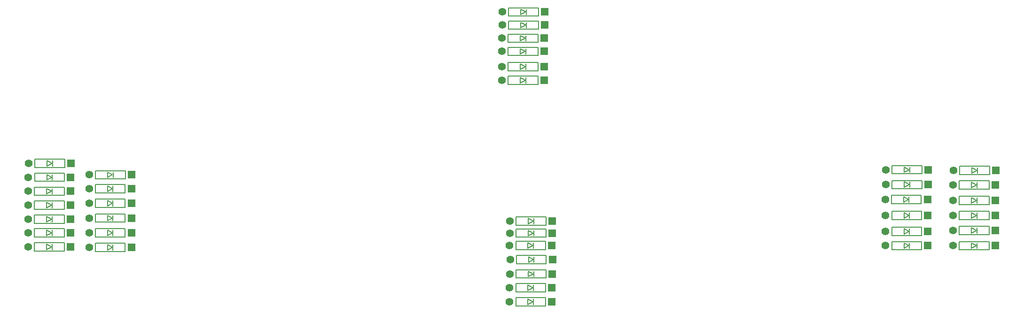
<source format=gbr>
G04 #@! TF.GenerationSoftware,KiCad,Pcbnew,7.0.1-0*
G04 #@! TF.CreationDate,2023-07-08T08:54:48+09:00*
G04 #@! TF.ProjectId,cool838ax,636f6f6c-3833-4386-9178-2e6b69636164,rev?*
G04 #@! TF.SameCoordinates,Original*
G04 #@! TF.FileFunction,Legend,Top*
G04 #@! TF.FilePolarity,Positive*
%FSLAX46Y46*%
G04 Gerber Fmt 4.6, Leading zero omitted, Abs format (unit mm)*
G04 Created by KiCad (PCBNEW 7.0.1-0) date 2023-07-08 08:54:48*
%MOMM*%
%LPD*%
G01*
G04 APERTURE LIST*
%ADD10C,0.150000*%
%ADD11R,1.397000X1.397000*%
%ADD12C,1.397000*%
G04 APERTURE END LIST*
D10*
X-74183475Y55826266D02*
X-74183475Y57326266D01*
X-74183475Y57326266D02*
X-79583475Y57326266D01*
X-76383475Y56076266D02*
X-76383475Y57076266D01*
X-76483475Y56576266D02*
X-77383475Y56076266D01*
X-77383475Y56076266D02*
X-77383475Y57076266D01*
X-77383475Y57076266D02*
X-76483475Y56576266D01*
X-79583475Y55826266D02*
X-74183475Y55826266D01*
X-79583475Y57326266D02*
X-79583475Y55826266D01*
X-141953475Y44876266D02*
X-141953475Y46376266D01*
X-141953475Y46376266D02*
X-147353475Y46376266D01*
X-144153475Y45126266D02*
X-144153475Y46126266D01*
X-144253475Y45626266D02*
X-145153475Y45126266D01*
X-145153475Y45126266D02*
X-145153475Y46126266D01*
X-145153475Y46126266D02*
X-144253475Y45626266D01*
X-147353475Y44876266D02*
X-141953475Y44876266D01*
X-147353475Y46376266D02*
X-147353475Y44876266D01*
X-141953475Y37218766D02*
X-141953475Y38718766D01*
X-141953475Y38718766D02*
X-147353475Y38718766D01*
X-144153475Y37468766D02*
X-144153475Y38468766D01*
X-144253475Y37968766D02*
X-145153475Y37468766D01*
X-145153475Y37468766D02*
X-145153475Y38468766D01*
X-145153475Y38468766D02*
X-144253475Y37968766D01*
X-147353475Y37218766D02*
X-141953475Y37218766D01*
X-147353475Y38718766D02*
X-147353475Y37218766D01*
X-143348475Y74650266D02*
X-143348475Y76150266D01*
X-143348475Y76150266D02*
X-148748475Y76150266D01*
X-145548475Y74900266D02*
X-145548475Y75900266D01*
X-145648475Y75400266D02*
X-146548475Y74900266D01*
X-146548475Y74900266D02*
X-146548475Y75900266D01*
X-146548475Y75900266D02*
X-145648475Y75400266D01*
X-148748475Y74650266D02*
X-143348475Y74650266D01*
X-148748475Y76150266D02*
X-148748475Y74650266D01*
X-228673475Y44616266D02*
X-228673475Y46116266D01*
X-228673475Y46116266D02*
X-234073475Y46116266D01*
X-230873475Y44866266D02*
X-230873475Y45866266D01*
X-230973475Y45366266D02*
X-231873475Y44866266D01*
X-231873475Y44866266D02*
X-231873475Y45866266D01*
X-231873475Y45866266D02*
X-230973475Y45366266D01*
X-234073475Y44616266D02*
X-228673475Y44616266D01*
X-234073475Y46116266D02*
X-234073475Y44616266D01*
X-228673475Y49624266D02*
X-228673475Y51124266D01*
X-228673475Y51124266D02*
X-234073475Y51124266D01*
X-230873475Y49874266D02*
X-230873475Y50874266D01*
X-230973475Y50374266D02*
X-231873475Y49874266D01*
X-231873475Y49874266D02*
X-231873475Y50874266D01*
X-231873475Y50874266D02*
X-230973475Y50374266D01*
X-234073475Y49624266D02*
X-228673475Y49624266D01*
X-234073475Y51124266D02*
X-234073475Y49624266D01*
X-141853475Y42336266D02*
X-141853475Y43836266D01*
X-141853475Y43836266D02*
X-147253475Y43836266D01*
X-144053475Y42586266D02*
X-144053475Y43586266D01*
X-144153475Y43086266D02*
X-145053475Y42586266D01*
X-145053475Y42586266D02*
X-145053475Y43586266D01*
X-145053475Y43586266D02*
X-144153475Y43086266D01*
X-147253475Y42336266D02*
X-141853475Y42336266D01*
X-147253475Y43836266D02*
X-147253475Y42336266D01*
X-62068475Y55756266D02*
X-62068475Y57256266D01*
X-62068475Y57256266D02*
X-67468475Y57256266D01*
X-64268475Y56006266D02*
X-64268475Y57006266D01*
X-64368475Y56506266D02*
X-65268475Y56006266D01*
X-65268475Y56006266D02*
X-65268475Y57006266D01*
X-65268475Y57006266D02*
X-64368475Y56506266D01*
X-67468475Y55756266D02*
X-62068475Y55756266D01*
X-67468475Y57256266D02*
X-67468475Y55756266D01*
X-62063475Y53006266D02*
X-62063475Y54506266D01*
X-62063475Y54506266D02*
X-67463475Y54506266D01*
X-64263475Y53256266D02*
X-64263475Y54256266D01*
X-64363475Y53756266D02*
X-65263475Y53256266D01*
X-65263475Y53256266D02*
X-65263475Y54256266D01*
X-65263475Y54256266D02*
X-64363475Y53756266D01*
X-67463475Y53006266D02*
X-62063475Y53006266D01*
X-67463475Y54506266D02*
X-67463475Y53006266D01*
X-217713475Y44516266D02*
X-217713475Y46016266D01*
X-217713475Y46016266D02*
X-223113475Y46016266D01*
X-219913475Y44766266D02*
X-219913475Y45766266D01*
X-220013475Y45266266D02*
X-220913475Y44766266D01*
X-220913475Y44766266D02*
X-220913475Y45766266D01*
X-220913475Y45766266D02*
X-220013475Y45266266D01*
X-223113475Y44516266D02*
X-217713475Y44516266D01*
X-223113475Y46016266D02*
X-223113475Y44516266D01*
X-143323475Y79866266D02*
X-143323475Y81366266D01*
X-143323475Y81366266D02*
X-148723475Y81366266D01*
X-145523475Y80116266D02*
X-145523475Y81116266D01*
X-145623475Y80616266D02*
X-146523475Y80116266D01*
X-146523475Y80116266D02*
X-146523475Y81116266D01*
X-146523475Y81116266D02*
X-145623475Y80616266D01*
X-148723475Y79866266D02*
X-143323475Y79866266D01*
X-148723475Y81366266D02*
X-148723475Y79866266D01*
X-74213475Y47396266D02*
X-74213475Y48896266D01*
X-74213475Y48896266D02*
X-79613475Y48896266D01*
X-76413475Y47646266D02*
X-76413475Y48646266D01*
X-76513475Y48146266D02*
X-77413475Y47646266D01*
X-77413475Y47646266D02*
X-77413475Y48646266D01*
X-77413475Y48646266D02*
X-76513475Y48146266D01*
X-79613475Y47396266D02*
X-74213475Y47396266D01*
X-79613475Y48896266D02*
X-79613475Y47396266D01*
X-217708475Y57596266D02*
X-217708475Y59096266D01*
X-217708475Y59096266D02*
X-223108475Y59096266D01*
X-219908475Y57846266D02*
X-219908475Y58846266D01*
X-220008475Y58346266D02*
X-220908475Y57846266D01*
X-220908475Y57846266D02*
X-220908475Y58846266D01*
X-220908475Y58846266D02*
X-220008475Y58346266D01*
X-223108475Y57596266D02*
X-217708475Y57596266D01*
X-223108475Y59096266D02*
X-223108475Y57596266D01*
X-62063475Y44816266D02*
X-62063475Y46316266D01*
X-62063475Y46316266D02*
X-67463475Y46316266D01*
X-64263475Y45066266D02*
X-64263475Y46066266D01*
X-64363475Y45566266D02*
X-65263475Y45066266D01*
X-65263475Y45066266D02*
X-65263475Y46066266D01*
X-65263475Y46066266D02*
X-64363475Y45566266D01*
X-67463475Y44816266D02*
X-62063475Y44816266D01*
X-67463475Y46316266D02*
X-67463475Y44816266D01*
X-74213475Y44816266D02*
X-74213475Y46316266D01*
X-74213475Y46316266D02*
X-79613475Y46316266D01*
X-76413475Y45066266D02*
X-76413475Y46066266D01*
X-76513475Y45566266D02*
X-77413475Y45066266D01*
X-77413475Y45066266D02*
X-77413475Y46066266D01*
X-77413475Y46066266D02*
X-76513475Y45566266D01*
X-79613475Y44816266D02*
X-74213475Y44816266D01*
X-79613475Y46316266D02*
X-79613475Y44816266D01*
X-228643475Y57166266D02*
X-228643475Y58666266D01*
X-228643475Y58666266D02*
X-234043475Y58666266D01*
X-230843475Y57416266D02*
X-230843475Y58416266D01*
X-230943475Y57916266D02*
X-231843475Y57416266D01*
X-231843475Y57416266D02*
X-231843475Y58416266D01*
X-231843475Y58416266D02*
X-230943475Y57916266D01*
X-234043475Y57166266D02*
X-228643475Y57166266D01*
X-234043475Y58666266D02*
X-234043475Y57166266D01*
X-141893475Y39726266D02*
X-141893475Y41226266D01*
X-141893475Y41226266D02*
X-147293475Y41226266D01*
X-144093475Y39976266D02*
X-144093475Y40976266D01*
X-144193475Y40476266D02*
X-145093475Y39976266D01*
X-145093475Y39976266D02*
X-145093475Y40976266D01*
X-145093475Y40976266D02*
X-144193475Y40476266D01*
X-147293475Y39726266D02*
X-141893475Y39726266D01*
X-147293475Y41226266D02*
X-147293475Y39726266D01*
X-141905000Y49230000D02*
X-141905000Y50730000D01*
X-141905000Y50730000D02*
X-147305000Y50730000D01*
X-144105000Y49480000D02*
X-144105000Y50480000D01*
X-144205000Y49980000D02*
X-145105000Y49480000D01*
X-145105000Y49480000D02*
X-145105000Y50480000D01*
X-145105000Y50480000D02*
X-144205000Y49980000D01*
X-147305000Y49230000D02*
X-141905000Y49230000D01*
X-147305000Y50730000D02*
X-147305000Y49230000D01*
X-217713475Y55092266D02*
X-217713475Y56592266D01*
X-217713475Y56592266D02*
X-223113475Y56592266D01*
X-219913475Y55342266D02*
X-219913475Y56342266D01*
X-220013475Y55842266D02*
X-220913475Y55342266D01*
X-220913475Y55342266D02*
X-220913475Y56342266D01*
X-220913475Y56342266D02*
X-220013475Y55842266D01*
X-223113475Y55092266D02*
X-217713475Y55092266D01*
X-223113475Y56592266D02*
X-223113475Y55092266D01*
X-217713475Y47160266D02*
X-217713475Y48660266D01*
X-217713475Y48660266D02*
X-223113475Y48660266D01*
X-219913475Y47410266D02*
X-219913475Y48410266D01*
X-220013475Y47910266D02*
X-220913475Y47410266D01*
X-220913475Y47410266D02*
X-220913475Y48410266D01*
X-220913475Y48410266D02*
X-220013475Y47910266D01*
X-223113475Y47160266D02*
X-217713475Y47160266D01*
X-223113475Y48660266D02*
X-223113475Y47160266D01*
X-143263475Y86980266D02*
X-143263475Y88480266D01*
X-143263475Y88480266D02*
X-148663475Y88480266D01*
X-145463475Y87230266D02*
X-145463475Y88230266D01*
X-145563475Y87730266D02*
X-146463475Y87230266D01*
X-146463475Y87230266D02*
X-146463475Y88230266D01*
X-146463475Y88230266D02*
X-145563475Y87730266D01*
X-148663475Y86980266D02*
X-143263475Y86980266D01*
X-148663475Y88480266D02*
X-148663475Y86980266D01*
X-74138475Y58526266D02*
X-74138475Y60026266D01*
X-74138475Y60026266D02*
X-79538475Y60026266D01*
X-76338475Y58776266D02*
X-76338475Y59776266D01*
X-76438475Y59276266D02*
X-77338475Y58776266D01*
X-77338475Y58776266D02*
X-77338475Y59776266D01*
X-77338475Y59776266D02*
X-76438475Y59276266D01*
X-79538475Y58526266D02*
X-74138475Y58526266D01*
X-79538475Y60026266D02*
X-79538475Y58526266D01*
X-228673475Y54632266D02*
X-228673475Y56132266D01*
X-228673475Y56132266D02*
X-234073475Y56132266D01*
X-230873475Y54882266D02*
X-230873475Y55882266D01*
X-230973475Y55382266D02*
X-231873475Y54882266D01*
X-231873475Y54882266D02*
X-231873475Y55882266D01*
X-231873475Y55882266D02*
X-230973475Y55382266D01*
X-234073475Y54632266D02*
X-228673475Y54632266D01*
X-234073475Y56132266D02*
X-234073475Y54632266D01*
X-61988475Y58416266D02*
X-61988475Y59916266D01*
X-61988475Y59916266D02*
X-67388475Y59916266D01*
X-64188475Y58666266D02*
X-64188475Y59666266D01*
X-64288475Y59166266D02*
X-65188475Y58666266D01*
X-65188475Y58666266D02*
X-65188475Y59666266D01*
X-65188475Y59666266D02*
X-64288475Y59166266D01*
X-67388475Y58416266D02*
X-61988475Y58416266D01*
X-67388475Y59916266D02*
X-67388475Y58416266D01*
X-228673475Y52128266D02*
X-228673475Y53628266D01*
X-228673475Y53628266D02*
X-234073475Y53628266D01*
X-230873475Y52378266D02*
X-230873475Y53378266D01*
X-230973475Y52878266D02*
X-231873475Y52378266D01*
X-231873475Y52378266D02*
X-231873475Y53378266D01*
X-231873475Y53378266D02*
X-230973475Y52878266D01*
X-234073475Y52128266D02*
X-228673475Y52128266D01*
X-234073475Y53628266D02*
X-234073475Y52128266D01*
X-62063475Y47546266D02*
X-62063475Y49046266D01*
X-62063475Y49046266D02*
X-67463475Y49046266D01*
X-64263475Y47796266D02*
X-64263475Y48796266D01*
X-64363475Y48296266D02*
X-65263475Y47796266D01*
X-65263475Y47796266D02*
X-65263475Y48796266D01*
X-65263475Y48796266D02*
X-64363475Y48296266D01*
X-67463475Y47546266D02*
X-62063475Y47546266D01*
X-67463475Y49046266D02*
X-67463475Y47546266D01*
X-143253475Y84608933D02*
X-143253475Y86108933D01*
X-143253475Y86108933D02*
X-148653475Y86108933D01*
X-145453475Y84858933D02*
X-145453475Y85858933D01*
X-145553475Y85358933D02*
X-146453475Y84858933D01*
X-146453475Y84858933D02*
X-146453475Y85858933D01*
X-146453475Y85858933D02*
X-145553475Y85358933D01*
X-148653475Y84608933D02*
X-143253475Y84608933D01*
X-148653475Y86108933D02*
X-148653475Y84608933D01*
X-143348475Y77116266D02*
X-143348475Y78616266D01*
X-143348475Y78616266D02*
X-148748475Y78616266D01*
X-145548475Y77366266D02*
X-145548475Y78366266D01*
X-145648475Y77866266D02*
X-146548475Y77366266D01*
X-146548475Y77366266D02*
X-146548475Y78366266D01*
X-146548475Y78366266D02*
X-145648475Y77866266D01*
X-148748475Y77116266D02*
X-143348475Y77116266D01*
X-148748475Y78616266D02*
X-148748475Y77116266D01*
X-141953475Y34666266D02*
X-141953475Y36166266D01*
X-141953475Y36166266D02*
X-147353475Y36166266D01*
X-144153475Y34916266D02*
X-144153475Y35916266D01*
X-144253475Y35416266D02*
X-145153475Y34916266D01*
X-145153475Y34916266D02*
X-145153475Y35916266D01*
X-145153475Y35916266D02*
X-144253475Y35416266D01*
X-147353475Y34666266D02*
X-141953475Y34666266D01*
X-147353475Y36166266D02*
X-147353475Y34666266D01*
X-228583475Y59646266D02*
X-228583475Y61146266D01*
X-228583475Y61146266D02*
X-233983475Y61146266D01*
X-230783475Y59896266D02*
X-230783475Y60896266D01*
X-230883475Y60396266D02*
X-231783475Y59896266D01*
X-231783475Y59896266D02*
X-231783475Y60896266D01*
X-231783475Y60896266D02*
X-230883475Y60396266D01*
X-233983475Y59646266D02*
X-228583475Y59646266D01*
X-233983475Y61146266D02*
X-233983475Y59646266D01*
X-228673475Y47120266D02*
X-228673475Y48620266D01*
X-228673475Y48620266D02*
X-234073475Y48620266D01*
X-230873475Y47370266D02*
X-230873475Y48370266D01*
X-230973475Y47870266D02*
X-231873475Y47370266D01*
X-231873475Y47370266D02*
X-231873475Y48370266D01*
X-231873475Y48370266D02*
X-230973475Y47870266D01*
X-234073475Y47120266D02*
X-228673475Y47120266D01*
X-234073475Y48620266D02*
X-234073475Y47120266D01*
X-74218475Y50266266D02*
X-74218475Y51766266D01*
X-74218475Y51766266D02*
X-79618475Y51766266D01*
X-76418475Y50516266D02*
X-76418475Y51516266D01*
X-76518475Y51016266D02*
X-77418475Y50516266D01*
X-77418475Y50516266D02*
X-77418475Y51516266D01*
X-77418475Y51516266D02*
X-76518475Y51016266D01*
X-79618475Y50266266D02*
X-74218475Y50266266D01*
X-79618475Y51766266D02*
X-79618475Y50266266D01*
X-62063475Y50276266D02*
X-62063475Y51776266D01*
X-62063475Y51776266D02*
X-67463475Y51776266D01*
X-64263475Y50526266D02*
X-64263475Y51526266D01*
X-64363475Y51026266D02*
X-65263475Y50526266D01*
X-65263475Y50526266D02*
X-65263475Y51526266D01*
X-65263475Y51526266D02*
X-64363475Y51026266D01*
X-67463475Y50276266D02*
X-62063475Y50276266D01*
X-67463475Y51776266D02*
X-67463475Y50276266D01*
X-217713475Y49804266D02*
X-217713475Y51304266D01*
X-217713475Y51304266D02*
X-223113475Y51304266D01*
X-219913475Y50054266D02*
X-219913475Y51054266D01*
X-220013475Y50554266D02*
X-220913475Y50054266D01*
X-220913475Y50054266D02*
X-220913475Y51054266D01*
X-220913475Y51054266D02*
X-220013475Y50554266D01*
X-223113475Y49804266D02*
X-217713475Y49804266D01*
X-223113475Y51304266D02*
X-223113475Y49804266D01*
X-74288475Y53156266D02*
X-74288475Y54656266D01*
X-74288475Y54656266D02*
X-79688475Y54656266D01*
X-76488475Y53406266D02*
X-76488475Y54406266D01*
X-76588475Y53906266D02*
X-77488475Y53406266D01*
X-77488475Y53406266D02*
X-77488475Y54406266D01*
X-77488475Y54406266D02*
X-76588475Y53906266D01*
X-79688475Y53156266D02*
X-74288475Y53156266D01*
X-79688475Y54656266D02*
X-79688475Y53156266D01*
X-143323475Y82237600D02*
X-143323475Y83737600D01*
X-143323475Y83737600D02*
X-148723475Y83737600D01*
X-145523475Y82487600D02*
X-145523475Y83487600D01*
X-145623475Y82987600D02*
X-146523475Y82487600D01*
X-146523475Y82487600D02*
X-146523475Y83487600D01*
X-146523475Y83487600D02*
X-145623475Y82987600D01*
X-148723475Y82237600D02*
X-143323475Y82237600D01*
X-148723475Y83737600D02*
X-148723475Y82237600D01*
X-141890000Y47090000D02*
X-141890000Y48590000D01*
X-141890000Y48590000D02*
X-147290000Y48590000D01*
X-144090000Y47340000D02*
X-144090000Y48340000D01*
X-144190000Y47840000D02*
X-145090000Y47340000D01*
X-145090000Y47340000D02*
X-145090000Y48340000D01*
X-145090000Y48340000D02*
X-144190000Y47840000D01*
X-147290000Y47090000D02*
X-141890000Y47090000D01*
X-147290000Y48590000D02*
X-147290000Y47090000D01*
X-217713475Y52448266D02*
X-217713475Y53948266D01*
X-217713475Y53948266D02*
X-223113475Y53948266D01*
X-219913475Y52698266D02*
X-219913475Y53698266D01*
X-220013475Y53198266D02*
X-220913475Y52698266D01*
X-220913475Y52698266D02*
X-220913475Y53698266D01*
X-220913475Y53698266D02*
X-220013475Y53198266D01*
X-223113475Y52448266D02*
X-217713475Y52448266D01*
X-223113475Y53948266D02*
X-223113475Y52448266D01*
D11*
X-73073475Y56576266D03*
D12*
X-80693475Y56576266D03*
D11*
X-140843475Y45626266D03*
D12*
X-148463475Y45626266D03*
D11*
X-140843475Y37968766D03*
D12*
X-148463475Y37968766D03*
D11*
X-142238475Y75400266D03*
D12*
X-149858475Y75400266D03*
D11*
X-227563475Y45366266D03*
D12*
X-235183475Y45366266D03*
D11*
X-227563475Y50374266D03*
D12*
X-235183475Y50374266D03*
D11*
X-140743475Y43086266D03*
D12*
X-148363475Y43086266D03*
D11*
X-60958475Y56506266D03*
D12*
X-68578475Y56506266D03*
D11*
X-60953475Y53756266D03*
D12*
X-68573475Y53756266D03*
D11*
X-216603475Y45266266D03*
D12*
X-224223475Y45266266D03*
D11*
X-142213475Y80616266D03*
D12*
X-149833475Y80616266D03*
D11*
X-73103475Y48146266D03*
D12*
X-80723475Y48146266D03*
D11*
X-216598475Y58346266D03*
D12*
X-224218475Y58346266D03*
D11*
X-60953475Y45566266D03*
D12*
X-68573475Y45566266D03*
D11*
X-73103475Y45566266D03*
D12*
X-80723475Y45566266D03*
D11*
X-227533475Y57916266D03*
D12*
X-235153475Y57916266D03*
D11*
X-140783475Y40476266D03*
D12*
X-148403475Y40476266D03*
D11*
X-140795000Y49980000D03*
D12*
X-148415000Y49980000D03*
D11*
X-216603475Y55842266D03*
D12*
X-224223475Y55842266D03*
D11*
X-216603475Y47910266D03*
D12*
X-224223475Y47910266D03*
D11*
X-142153475Y87730266D03*
D12*
X-149773475Y87730266D03*
D11*
X-73028475Y59276266D03*
D12*
X-80648475Y59276266D03*
D11*
X-227563475Y55382266D03*
D12*
X-235183475Y55382266D03*
D11*
X-60878475Y59166266D03*
D12*
X-68498475Y59166266D03*
D11*
X-227563475Y52878266D03*
D12*
X-235183475Y52878266D03*
D11*
X-60953475Y48296266D03*
D12*
X-68573475Y48296266D03*
D11*
X-142143475Y85358933D03*
D12*
X-149763475Y85358933D03*
D11*
X-142238475Y77866266D03*
D12*
X-149858475Y77866266D03*
D11*
X-140843475Y35416266D03*
D12*
X-148463475Y35416266D03*
D11*
X-227473475Y60396266D03*
D12*
X-235093475Y60396266D03*
D11*
X-227563475Y47870266D03*
D12*
X-235183475Y47870266D03*
D11*
X-73108475Y51016266D03*
D12*
X-80728475Y51016266D03*
D11*
X-60953475Y51026266D03*
D12*
X-68573475Y51026266D03*
D11*
X-216603475Y50554266D03*
D12*
X-224223475Y50554266D03*
D11*
X-73178475Y53906266D03*
D12*
X-80798475Y53906266D03*
D11*
X-142213475Y82987600D03*
D12*
X-149833475Y82987600D03*
D11*
X-140780000Y47840000D03*
D12*
X-148400000Y47840000D03*
D11*
X-216603475Y53198266D03*
D12*
X-224223475Y53198266D03*
M02*

</source>
